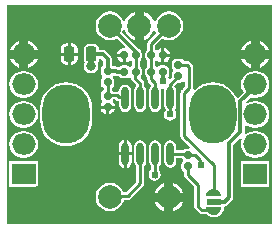
<source format=gbl>
G04*
G04 #@! TF.GenerationSoftware,Altium Limited,Altium Designer,20.0.10 (225)*
G04*
G04 Layer_Physical_Order=2*
G04 Layer_Color=16711680*
%FSLAX25Y25*%
%MOIN*%
G70*
G01*
G75*
%ADD19C,0.01000*%
%ADD20C,0.01200*%
%ADD21O,0.07874X0.07087*%
%ADD22R,0.07874X0.07087*%
%ADD23C,0.07874*%
%ADD24O,0.15748X0.19685*%
%ADD25C,0.03200*%
%ADD26C,0.02400*%
G04:AMPARAMS|DCode=27|XSize=24.5mil|YSize=26mil|CornerRadius=6.13mil|HoleSize=0mil|Usage=FLASHONLY|Rotation=180.000|XOffset=0mil|YOffset=0mil|HoleType=Round|Shape=RoundedRectangle|*
%AMROUNDEDRECTD27*
21,1,0.02450,0.01375,0,0,180.0*
21,1,0.01225,0.02600,0,0,180.0*
1,1,0.01225,-0.00613,0.00688*
1,1,0.01225,0.00613,0.00688*
1,1,0.01225,0.00613,-0.00688*
1,1,0.01225,-0.00613,-0.00688*
%
%ADD27ROUNDEDRECTD27*%
G04:AMPARAMS|DCode=28|XSize=24.5mil|YSize=26mil|CornerRadius=6.13mil|HoleSize=0mil|Usage=FLASHONLY|Rotation=270.000|XOffset=0mil|YOffset=0mil|HoleType=Round|Shape=RoundedRectangle|*
%AMROUNDEDRECTD28*
21,1,0.02450,0.01375,0,0,270.0*
21,1,0.01225,0.02600,0,0,270.0*
1,1,0.01225,-0.00688,-0.00613*
1,1,0.01225,-0.00688,0.00613*
1,1,0.01225,0.00688,0.00613*
1,1,0.01225,0.00688,-0.00613*
%
%ADD28ROUNDEDRECTD28*%
%ADD29O,0.03800X0.01800*%
%ADD30R,0.05000X0.02000*%
G04:AMPARAMS|DCode=31|XSize=36mil|YSize=51mil|CornerRadius=9mil|HoleSize=0mil|Usage=FLASHONLY|Rotation=180.000|XOffset=0mil|YOffset=0mil|HoleType=Round|Shape=RoundedRectangle|*
%AMROUNDEDRECTD31*
21,1,0.03600,0.03300,0,0,180.0*
21,1,0.01800,0.05100,0,0,180.0*
1,1,0.01800,-0.00900,0.01650*
1,1,0.01800,0.00900,0.01650*
1,1,0.01800,0.00900,-0.01650*
1,1,0.01800,-0.00900,-0.01650*
%
%ADD31ROUNDEDRECTD31*%
%ADD32O,0.02362X0.07480*%
G36*
X44256Y-36382D02*
X-44256Y-36382D01*
Y36382D01*
X44256D01*
Y-36382D01*
D02*
G37*
%LPC*%
G36*
X9843Y34306D02*
X8606Y34143D01*
X7454Y33665D01*
X6464Y32906D01*
X5705Y31916D01*
X5354Y31070D01*
X4705D01*
X4312Y32017D01*
X3521Y33049D01*
X2490Y33840D01*
X1500Y34250D01*
Y29528D01*
Y24805D01*
X2490Y25215D01*
X3521Y26006D01*
X4312Y27038D01*
X4705Y27985D01*
X5354D01*
X5668Y27228D01*
X3000Y24559D01*
X2712Y24129D01*
X2612Y23622D01*
Y21549D01*
X2375Y21391D01*
X2063Y20924D01*
X1953Y20372D01*
Y18997D01*
X2063Y18446D01*
X2375Y17979D01*
X2612Y17821D01*
Y16037D01*
X2375Y15879D01*
X2063Y15412D01*
X1953Y14861D01*
Y13486D01*
X2063Y12935D01*
X2375Y12467D01*
X2612Y12309D01*
Y11811D01*
X2712Y11304D01*
X3000Y10874D01*
X3930Y9943D01*
Y9371D01*
X3828Y9302D01*
X3390Y8647D01*
X3236Y7874D01*
Y2756D01*
X3390Y1983D01*
X3828Y1328D01*
X4483Y890D01*
X5256Y736D01*
X6029Y890D01*
X6684Y1328D01*
X7122Y1983D01*
X7276Y2756D01*
Y7874D01*
X7195Y8280D01*
X7587Y8858D01*
X7746Y8889D01*
X7944Y8852D01*
X8322Y8309D01*
X8236Y7874D01*
Y2756D01*
X8390Y1983D01*
X8773Y1410D01*
X8352Y780D01*
X8197Y0D01*
X8352Y-780D01*
X8794Y-1442D01*
X9456Y-1884D01*
X10236Y-2039D01*
X11017Y-1884D01*
X11678Y-1442D01*
X12120Y-780D01*
X12275Y0D01*
X12120Y780D01*
X11719Y1380D01*
X12122Y1983D01*
X12276Y2756D01*
Y7874D01*
X12122Y8647D01*
X11684Y9302D01*
X11668Y9468D01*
X12814Y10614D01*
X13680D01*
X14231Y10724D01*
X14610Y10977D01*
X14957Y10877D01*
X15210Y10722D01*
Y9210D01*
X14023Y8024D01*
X13736Y7594D01*
X13635Y7087D01*
Y-7087D01*
X13736Y-7594D01*
X14023Y-8024D01*
X16801Y-10802D01*
X16553Y-11402D01*
X15454D01*
X14903Y-11511D01*
X14436Y-11823D01*
X14409Y-11863D01*
X12276D01*
Y-10630D01*
X12122Y-9857D01*
X11684Y-9202D01*
X11029Y-8764D01*
X10256Y-8610D01*
X9483Y-8764D01*
X8828Y-9202D01*
X8390Y-9857D01*
X8236Y-10630D01*
Y-15748D01*
X8390Y-16521D01*
X8828Y-17176D01*
X9483Y-17614D01*
X10256Y-17768D01*
X11029Y-17614D01*
X11684Y-17176D01*
X12122Y-16521D01*
X12276Y-15748D01*
Y-14514D01*
X14103D01*
X14124Y-14618D01*
X14436Y-15085D01*
Y-15623D01*
X14124Y-16091D01*
X14014Y-16642D01*
Y-17867D01*
X14124Y-18418D01*
X14436Y-18885D01*
X14816Y-19139D01*
Y-20079D01*
X14917Y-20586D01*
X15204Y-21016D01*
X18360Y-24171D01*
Y-30709D01*
X18461Y-31216D01*
X18748Y-31646D01*
X19973Y-32871D01*
X20403Y-33158D01*
X20910Y-33259D01*
X22440D01*
X22810Y-33630D01*
X22909Y-33696D01*
X23075Y-33807D01*
X23075Y-33807D01*
X23994Y-34187D01*
X23994Y-34187D01*
X23994Y-34187D01*
X24306Y-34249D01*
X24803Y-34249D01*
X25300Y-34249D01*
X25613Y-34187D01*
X26531Y-33807D01*
X26796Y-33630D01*
X27499Y-32927D01*
X27676Y-32662D01*
X28057Y-31743D01*
X28119Y-31431D01*
X28119Y-31110D01*
X28288Y-30746D01*
X28523Y-30485D01*
X28944Y-30402D01*
X29407Y-30092D01*
X30931Y-28568D01*
X30931Y-28568D01*
X31240Y-28105D01*
X31349Y-27559D01*
Y-10163D01*
X33776Y-7736D01*
X34285Y-8076D01*
X33957Y-8866D01*
X33808Y-10000D01*
X33957Y-11134D01*
X34395Y-12190D01*
X35091Y-13098D01*
X35999Y-13794D01*
X37055Y-14232D01*
X38189Y-14381D01*
X38976D01*
X40110Y-14232D01*
X41167Y-13794D01*
X42074Y-13098D01*
X42770Y-12190D01*
X43208Y-11134D01*
X43357Y-10000D01*
X43208Y-8866D01*
X42770Y-7810D01*
X42074Y-6902D01*
X41167Y-6206D01*
X40110Y-5768D01*
X38976Y-5619D01*
X38189D01*
X37055Y-5768D01*
X35999Y-6206D01*
X35528Y-6567D01*
X35035Y-6189D01*
X35111Y-5810D01*
X35111Y-5810D01*
Y-3791D01*
X35649Y-3526D01*
X35999Y-3794D01*
X37055Y-4231D01*
X38189Y-4381D01*
X38976D01*
X40110Y-4231D01*
X41167Y-3794D01*
X42074Y-3098D01*
X42770Y-2190D01*
X43208Y-1134D01*
X43357Y0D01*
X43208Y1134D01*
X42770Y2190D01*
X42074Y3098D01*
X41167Y3794D01*
X40110Y4231D01*
X38976Y4381D01*
X38189D01*
X37055Y4231D01*
X35999Y3794D01*
X35668Y4279D01*
X37145Y5757D01*
X38189Y5619D01*
X38976D01*
X40110Y5768D01*
X41167Y6206D01*
X42074Y6902D01*
X42770Y7810D01*
X43208Y8866D01*
X43357Y10000D01*
X43208Y11134D01*
X42770Y12190D01*
X42074Y13098D01*
X41167Y13794D01*
X40110Y14232D01*
X38976Y14381D01*
X38189D01*
X37055Y14232D01*
X35999Y13794D01*
X35091Y13098D01*
X34395Y12190D01*
X33957Y11134D01*
X33808Y10000D01*
X33957Y8866D01*
X34395Y7810D01*
X34728Y7376D01*
X32973Y5621D01*
X32239Y5721D01*
X31657Y6811D01*
X30573Y8132D01*
X29252Y9216D01*
X27745Y10021D01*
X26110Y10517D01*
X24409Y10684D01*
X22709Y10517D01*
X21074Y10021D01*
X19567Y9216D01*
X18391Y8250D01*
X17837Y8542D01*
X17861Y8661D01*
Y15950D01*
X17760Y16457D01*
X17473Y16887D01*
X16887Y17473D01*
X16457Y17760D01*
X15950Y17861D01*
X14856D01*
X14698Y18098D01*
X14231Y18410D01*
X13680Y18520D01*
X12305D01*
X11754Y18410D01*
X11286Y18098D01*
X10974Y17631D01*
X10864Y17079D01*
Y15854D01*
X10974Y15303D01*
X11286Y14836D01*
Y14298D01*
X10974Y13831D01*
X10864Y13279D01*
Y12414D01*
X10360Y11909D01*
X9767Y11994D01*
X9660Y12148D01*
X9496Y12556D01*
X9749Y12935D01*
X9858Y13486D01*
Y14861D01*
X9749Y15412D01*
X9436Y15879D01*
X8969Y16191D01*
X8418Y16301D01*
X7193D01*
X6642Y16191D01*
X6301Y15964D01*
X5906Y15913D01*
X5510Y15964D01*
X5263Y16129D01*
Y17729D01*
X5343Y17783D01*
X6030Y17835D01*
X6564Y17479D01*
X7193Y17354D01*
X7305D01*
Y19685D01*
Y22017D01*
X7193D01*
X6564Y21892D01*
X6030Y21535D01*
X5343Y21587D01*
X5263Y21641D01*
Y23073D01*
X7542Y25353D01*
X8606Y24913D01*
X9843Y24750D01*
X11079Y24913D01*
X12231Y25390D01*
X13221Y26149D01*
X13980Y27139D01*
X14458Y28291D01*
X14620Y29528D01*
X14458Y30764D01*
X13980Y31916D01*
X13221Y32906D01*
X12231Y33665D01*
X11079Y34143D01*
X9843Y34306D01*
D02*
G37*
G36*
X-9843D02*
X-11079Y34143D01*
X-12231Y33665D01*
X-13221Y32906D01*
X-13980Y31916D01*
X-14458Y30764D01*
X-14620Y29528D01*
X-14458Y28291D01*
X-13980Y27139D01*
X-13221Y26149D01*
X-12231Y25390D01*
X-11079Y24913D01*
X-9843Y24750D01*
X-8606Y24913D01*
X-7542Y25353D01*
X-4806Y22617D01*
X-5055Y22017D01*
X-5662D01*
X-6291Y21892D01*
X-6825Y21535D01*
X-7181Y21002D01*
X-7306Y20372D01*
Y20185D01*
X-5050D01*
Y19685D01*
X-4550D01*
Y17354D01*
X-4437D01*
X-3808Y17479D01*
X-3275Y17835D01*
X-2587Y17783D01*
X-2507Y17729D01*
Y16129D01*
X-2754Y15964D01*
X-3150Y15913D01*
X-3545Y15964D01*
X-3886Y16191D01*
X-4437Y16301D01*
X-5662D01*
X-6213Y16191D01*
X-6680Y15879D01*
X-6866Y15601D01*
X-6901D01*
X-7328Y15886D01*
X-7874Y15994D01*
X-7874Y15994D01*
X-8834D01*
X-8924Y16129D01*
X-9202Y16315D01*
Y18504D01*
X-9311Y19050D01*
X-9621Y19513D01*
X-9621Y19513D01*
X-11195Y21088D01*
X-11659Y21397D01*
X-12205Y21506D01*
X-12205Y21506D01*
X-13352D01*
Y21729D01*
X-13484Y22392D01*
X-13859Y22954D01*
X-14422Y23330D01*
X-15085Y23462D01*
X-16885D01*
X-17548Y23330D01*
X-18111Y22954D01*
X-18486Y22392D01*
X-18618Y21729D01*
Y18429D01*
X-18486Y17765D01*
X-18215Y17359D01*
X-18403Y17078D01*
X-18589Y16142D01*
X-18403Y15205D01*
X-17872Y14411D01*
X-17078Y13881D01*
X-16142Y13695D01*
X-15205Y13881D01*
X-14411Y14411D01*
X-13881Y15205D01*
X-13695Y16142D01*
X-13881Y17078D01*
X-13932Y17155D01*
X-13859Y17203D01*
X-13484Y17765D01*
X-13352Y18429D01*
Y18544D01*
X-12752Y18607D01*
X-12057Y17913D01*
Y16315D01*
X-12336Y16129D01*
X-12648Y15662D01*
X-12758Y15111D01*
Y13886D01*
X-12648Y13335D01*
X-12420Y12994D01*
X-12370Y12598D01*
X-12420Y12202D01*
X-12648Y11862D01*
X-12758Y11311D01*
Y10086D01*
X-12648Y9535D01*
X-12336Y9068D01*
X-11955Y8813D01*
Y8116D01*
X-12336Y7862D01*
X-12648Y7394D01*
X-12758Y6843D01*
Y5618D01*
X-12648Y5067D01*
X-12532Y4893D01*
X-12480Y4206D01*
X-12836Y3672D01*
X-12961Y3043D01*
Y2931D01*
X-10630D01*
X-8298D01*
Y3043D01*
X-8423Y3672D01*
X-8780Y4206D01*
X-8728Y4893D01*
X-8674Y4974D01*
X-8029D01*
X-7777Y4721D01*
X-7347Y4434D01*
X-6839Y4333D01*
X-6764D01*
Y2756D01*
X-6610Y1983D01*
X-6172Y1328D01*
X-5517Y890D01*
X-4744Y736D01*
X-3971Y890D01*
X-3316Y1328D01*
X-2878Y1983D01*
X-2724Y2756D01*
Y7874D01*
X-2878Y8647D01*
X-3316Y9302D01*
X-3971Y9740D01*
X-4744Y9894D01*
X-5517Y9740D01*
X-6172Y9302D01*
X-6610Y8647D01*
X-6731Y8041D01*
X-6738Y8026D01*
X-7110Y7717D01*
X-7364Y7602D01*
X-7480Y7625D01*
X-8766D01*
X-8924Y7862D01*
X-9304Y8116D01*
Y8813D01*
X-8924Y9068D01*
X-8612Y9535D01*
X-8502Y10086D01*
Y11311D01*
X-8612Y11862D01*
X-8839Y12202D01*
X-8890Y12601D01*
X-8491Y13092D01*
X-8433Y13126D01*
X-8027Y12855D01*
X-7480Y12746D01*
X-7480Y12746D01*
X-6866D01*
X-6680Y12467D01*
X-6213Y12155D01*
X-5662Y12046D01*
X-4437D01*
X-3886Y12155D01*
X-3545Y12383D01*
X-3209Y12426D01*
X-2655Y12141D01*
Y11959D01*
X-2554Y11452D01*
X-2266Y11022D01*
X-1162Y9918D01*
X-1172Y9302D01*
X-1610Y8647D01*
X-1764Y7874D01*
Y2756D01*
X-1610Y1983D01*
X-1172Y1328D01*
X-517Y890D01*
X256Y736D01*
X1029Y890D01*
X1684Y1328D01*
X2122Y1983D01*
X2276Y2756D01*
Y7874D01*
X2122Y8647D01*
X1684Y9302D01*
X1581Y9371D01*
Y10374D01*
X1481Y10881D01*
X1193Y11311D01*
X350Y12154D01*
X381Y12467D01*
X693Y12935D01*
X803Y13486D01*
Y14861D01*
X693Y15412D01*
X381Y15879D01*
X144Y16037D01*
Y17821D01*
X381Y17979D01*
X693Y18446D01*
X803Y18997D01*
Y20372D01*
X693Y20924D01*
X381Y21391D01*
X-86Y21703D01*
X-191Y21724D01*
X-244Y21803D01*
X-5668Y27228D01*
X-5354Y27985D01*
X-4705D01*
X-4312Y27038D01*
X-3521Y26006D01*
X-2490Y25215D01*
X-1500Y24805D01*
Y29528D01*
Y34250D01*
X-2490Y33840D01*
X-3521Y33049D01*
X-4312Y32017D01*
X-4705Y31070D01*
X-5354D01*
X-5705Y31916D01*
X-6464Y32906D01*
X-7454Y33665D01*
X-8606Y34143D01*
X-9843Y34306D01*
D02*
G37*
G36*
X40083Y24437D02*
Y21500D01*
X43273D01*
X42945Y22291D01*
X42217Y23240D01*
X41268Y23969D01*
X40162Y24426D01*
X40083Y24437D01*
D02*
G37*
G36*
X-37083D02*
Y21500D01*
X-33893D01*
X-34220Y22291D01*
X-34949Y23240D01*
X-35898Y23969D01*
X-37003Y24426D01*
X-37083Y24437D01*
D02*
G37*
G36*
X37083D02*
X37003Y24426D01*
X35898Y23969D01*
X34949Y23240D01*
X34220Y22291D01*
X33893Y21500D01*
X37083D01*
Y24437D01*
D02*
G37*
G36*
X-40083D02*
X-40162Y24426D01*
X-41268Y23969D01*
X-42217Y23240D01*
X-42945Y22291D01*
X-43273Y21500D01*
X-40083D01*
Y24437D01*
D02*
G37*
G36*
X-22485Y23666D02*
X-22885D01*
Y20579D01*
X-20548D01*
Y21729D01*
X-20695Y22470D01*
X-21115Y23099D01*
X-21744Y23518D01*
X-22485Y23666D01*
D02*
G37*
G36*
X-23885D02*
X-24285D01*
X-25026Y23518D01*
X-25655Y23099D01*
X-26075Y22470D01*
X-26222Y21729D01*
Y20579D01*
X-23885D01*
Y23666D01*
D02*
G37*
G36*
X8418Y22017D02*
X8305D01*
Y20185D01*
X10062D01*
Y20372D01*
X9937Y21002D01*
X9581Y21535D01*
X9047Y21892D01*
X8418Y22017D01*
D02*
G37*
G36*
X10062Y19185D02*
X8305D01*
Y17354D01*
X8418D01*
X9047Y17479D01*
X9581Y17835D01*
X9937Y18368D01*
X10062Y18997D01*
Y19185D01*
D02*
G37*
G36*
X-5550Y19185D02*
X-7306D01*
Y18997D01*
X-7181Y18368D01*
X-6825Y17835D01*
X-6291Y17479D01*
X-5662Y17354D01*
X-5550D01*
Y19185D01*
D02*
G37*
G36*
X-20548Y19579D02*
X-22885D01*
Y16491D01*
X-22485D01*
X-21744Y16639D01*
X-21115Y17059D01*
X-20695Y17687D01*
X-20548Y18429D01*
Y19579D01*
D02*
G37*
G36*
X-23885D02*
X-26222D01*
Y18429D01*
X-26075Y17687D01*
X-25655Y17059D01*
X-25026Y16639D01*
X-24285Y16491D01*
X-23885D01*
Y19579D01*
D02*
G37*
G36*
X-33893Y18500D02*
X-37083D01*
Y15563D01*
X-37003Y15574D01*
X-35898Y16031D01*
X-34949Y16760D01*
X-34220Y17709D01*
X-33893Y18500D01*
D02*
G37*
G36*
X43273D02*
X40083D01*
Y15563D01*
X40162Y15574D01*
X41268Y16031D01*
X42217Y16760D01*
X42945Y17709D01*
X43273Y18500D01*
D02*
G37*
G36*
X37083D02*
X33893D01*
X34220Y17709D01*
X34949Y16760D01*
X35898Y16031D01*
X37003Y15574D01*
X37083Y15563D01*
Y18500D01*
D02*
G37*
G36*
X-40083D02*
X-43273D01*
X-42945Y17709D01*
X-42217Y16760D01*
X-41268Y16031D01*
X-40162Y15574D01*
X-40083Y15563D01*
Y18500D01*
D02*
G37*
G36*
X-38189Y14381D02*
X-38976D01*
X-40110Y14232D01*
X-41167Y13794D01*
X-42074Y13098D01*
X-42770Y12190D01*
X-43208Y11134D01*
X-43357Y10000D01*
X-43208Y8866D01*
X-42770Y7810D01*
X-42074Y6902D01*
X-41167Y6206D01*
X-40110Y5768D01*
X-38976Y5619D01*
X-38189D01*
X-37055Y5768D01*
X-35999Y6206D01*
X-35091Y6902D01*
X-34395Y7810D01*
X-33957Y8866D01*
X-33808Y10000D01*
X-33957Y11134D01*
X-34395Y12190D01*
X-35091Y13098D01*
X-35999Y13794D01*
X-37055Y14232D01*
X-38189Y14381D01*
D02*
G37*
G36*
X-8298Y1931D02*
X-10130D01*
Y174D01*
X-9942D01*
X-9313Y299D01*
X-8780Y656D01*
X-8423Y1189D01*
X-8298Y1818D01*
Y1931D01*
D02*
G37*
G36*
X-11130D02*
X-12961D01*
Y1818D01*
X-12836Y1189D01*
X-12480Y656D01*
X-11947Y299D01*
X-11317Y174D01*
X-11130D01*
Y1931D01*
D02*
G37*
G36*
X-38189Y4381D02*
X-38976D01*
X-40110Y4231D01*
X-41167Y3794D01*
X-42074Y3098D01*
X-42770Y2190D01*
X-43208Y1134D01*
X-43357Y0D01*
X-43208Y-1134D01*
X-42770Y-2190D01*
X-42074Y-3098D01*
X-41167Y-3794D01*
X-40110Y-4231D01*
X-38976Y-4381D01*
X-38189D01*
X-37055Y-4231D01*
X-35999Y-3794D01*
X-35091Y-3098D01*
X-34395Y-2190D01*
X-33957Y-1134D01*
X-33808Y0D01*
X-33957Y1134D01*
X-34395Y2190D01*
X-35091Y3098D01*
X-35999Y3794D01*
X-37055Y4231D01*
X-38189Y4381D01*
D02*
G37*
G36*
X-24409Y10684D02*
X-26110Y10517D01*
X-27745Y10021D01*
X-29252Y9216D01*
X-30573Y8132D01*
X-31657Y6811D01*
X-32462Y5304D01*
X-32958Y3669D01*
X-33125Y1969D01*
Y-1969D01*
X-32958Y-3669D01*
X-32462Y-5304D01*
X-31657Y-6811D01*
X-30573Y-8132D01*
X-29252Y-9216D01*
X-27745Y-10021D01*
X-26110Y-10517D01*
X-24409Y-10684D01*
X-22709Y-10517D01*
X-21074Y-10021D01*
X-19567Y-9216D01*
X-18246Y-8132D01*
X-17162Y-6811D01*
X-16357Y-5304D01*
X-15861Y-3669D01*
X-15694Y-1969D01*
Y1969D01*
X-15861Y3669D01*
X-16357Y5304D01*
X-17162Y6811D01*
X-18246Y8132D01*
X-19567Y9216D01*
X-21074Y10021D01*
X-22709Y10517D01*
X-24409Y10684D01*
D02*
G37*
G36*
X-4244Y-8506D02*
Y-12689D01*
X-2520D01*
Y-10630D01*
X-2689Y-9779D01*
X-3172Y-9057D01*
X-3893Y-8575D01*
X-4244Y-8506D01*
D02*
G37*
G36*
X-5244Y-8506D02*
X-5595Y-8575D01*
X-6317Y-9057D01*
X-6799Y-9779D01*
X-6968Y-10630D01*
Y-12689D01*
X-5244D01*
Y-8506D01*
D02*
G37*
G36*
X-38189Y-5619D02*
X-38976D01*
X-40110Y-5768D01*
X-41167Y-6206D01*
X-42074Y-6902D01*
X-42770Y-7810D01*
X-43208Y-8866D01*
X-43357Y-10000D01*
X-43208Y-11134D01*
X-42770Y-12190D01*
X-42074Y-13098D01*
X-41167Y-13794D01*
X-40110Y-14232D01*
X-38976Y-14381D01*
X-38189D01*
X-37055Y-14232D01*
X-35999Y-13794D01*
X-35091Y-13098D01*
X-34395Y-12190D01*
X-33957Y-11134D01*
X-33808Y-10000D01*
X-33957Y-8866D01*
X-34395Y-7810D01*
X-35091Y-6902D01*
X-35999Y-6206D01*
X-37055Y-5768D01*
X-38189Y-5619D01*
D02*
G37*
G36*
X-2520Y-13689D02*
X-4244D01*
Y-17872D01*
X-3893Y-17803D01*
X-3172Y-17321D01*
X-2689Y-16599D01*
X-2520Y-15748D01*
Y-13689D01*
D02*
G37*
G36*
X-5244D02*
X-6968D01*
Y-15748D01*
X-6799Y-16599D01*
X-6317Y-17321D01*
X-5595Y-17803D01*
X-5244Y-17872D01*
Y-13689D01*
D02*
G37*
G36*
X5256Y-8610D02*
X4483Y-8764D01*
X3828Y-9202D01*
X3390Y-9857D01*
X3236Y-10630D01*
Y-15748D01*
X3390Y-16521D01*
X3828Y-17176D01*
X3930Y-17245D01*
Y-18467D01*
X3676Y-18637D01*
X3234Y-19298D01*
X3079Y-20079D01*
X3234Y-20859D01*
X3676Y-21521D01*
X4338Y-21963D01*
X5118Y-22118D01*
X5898Y-21963D01*
X6560Y-21521D01*
X7002Y-20859D01*
X7157Y-20079D01*
X7002Y-19298D01*
X6581Y-18669D01*
Y-17245D01*
X6684Y-17176D01*
X7122Y-16521D01*
X7276Y-15748D01*
Y-10630D01*
X7122Y-9857D01*
X6684Y-9202D01*
X6029Y-8764D01*
X5256Y-8610D01*
D02*
G37*
G36*
X43320Y-15657D02*
X33846D01*
Y-24343D01*
X43320D01*
Y-15657D01*
D02*
G37*
G36*
X-33846D02*
X-43320D01*
Y-24343D01*
X-33846D01*
Y-15657D01*
D02*
G37*
G36*
X256Y-8610D02*
X-517Y-8764D01*
X-1172Y-9202D01*
X-1610Y-9857D01*
X-1764Y-10630D01*
Y-15748D01*
X-1610Y-16521D01*
X-1172Y-17176D01*
X-1070Y-17245D01*
Y-22423D01*
X-4486Y-25840D01*
X-5427D01*
X-5705Y-25170D01*
X-6464Y-24181D01*
X-7454Y-23421D01*
X-8606Y-22944D01*
X-9843Y-22781D01*
X-11079Y-22944D01*
X-12231Y-23421D01*
X-13221Y-24181D01*
X-13980Y-25170D01*
X-14458Y-26322D01*
X-14620Y-27559D01*
X-14458Y-28796D01*
X-13980Y-29948D01*
X-13221Y-30937D01*
X-12231Y-31697D01*
X-11079Y-32174D01*
X-9843Y-32337D01*
X-8606Y-32174D01*
X-7454Y-31697D01*
X-6464Y-30937D01*
X-5705Y-29948D01*
X-5227Y-28796D01*
X-5187Y-28491D01*
X-3937D01*
X-3430Y-28390D01*
X-3000Y-28103D01*
X1193Y-23910D01*
X1481Y-23480D01*
X1581Y-22972D01*
Y-17245D01*
X1684Y-17176D01*
X2122Y-16521D01*
X2276Y-15748D01*
Y-10630D01*
X2122Y-9857D01*
X1684Y-9202D01*
X1029Y-8764D01*
X256Y-8610D01*
D02*
G37*
G36*
X11343Y-22837D02*
Y-26059D01*
X14565D01*
X14155Y-25069D01*
X13364Y-24038D01*
X12332Y-23247D01*
X11343Y-22837D01*
D02*
G37*
G36*
X8343Y-22837D02*
X7353Y-23247D01*
X6321Y-24038D01*
X5530Y-25069D01*
X5120Y-26059D01*
X8343D01*
Y-22837D01*
D02*
G37*
G36*
X14565Y-29059D02*
X11343D01*
Y-32282D01*
X12332Y-31872D01*
X13364Y-31080D01*
X14155Y-30049D01*
X14565Y-29059D01*
D02*
G37*
G36*
X8343D02*
X5120D01*
X5530Y-30049D01*
X6321Y-31080D01*
X7353Y-31872D01*
X8343Y-32282D01*
Y-29059D01*
D02*
G37*
%LPD*%
G36*
X26219Y-25214D02*
X26923Y-25918D01*
X27303Y-26837D01*
X27303Y-27334D01*
X22303Y-27334D01*
X22303Y-26837D01*
X22684Y-25918D01*
X23387Y-25214D01*
X24306Y-24834D01*
X24803Y-24834D01*
X24803Y-24834D01*
X25300Y-24834D01*
X26219Y-25214D01*
D02*
G37*
G36*
X27303Y-27334D02*
X27303Y-27334D01*
Y-27334D01*
X27303D01*
D02*
G37*
G36*
X27303Y-30934D02*
X27303Y-31431D01*
X26923Y-32350D01*
X26219Y-33053D01*
X25300Y-33434D01*
X24803Y-33434D01*
X24306Y-33434D01*
X23387Y-33053D01*
X22684Y-32350D01*
X22303Y-31431D01*
X22303Y-30934D01*
X27303Y-30934D01*
D02*
G37*
D19*
X16142Y-13454D02*
X18573D01*
X20351Y-15233D01*
X16142Y-20079D02*
Y-17254D01*
Y-20079D02*
X19685Y-23622D01*
X10236Y5118D02*
Y9911D01*
X10246Y4734D02*
X10433Y4921D01*
X10236Y9911D02*
X12992Y12667D01*
X19685Y-30709D02*
Y-23622D01*
X20910Y-31934D02*
X24803D01*
X19685Y-30709D02*
X20910Y-31934D01*
X24803Y-26334D02*
Y-16929D01*
X14961Y-7087D02*
X24803Y-16929D01*
X5256Y-20079D02*
Y-13189D01*
X-1181Y19685D02*
Y20866D01*
Y14567D02*
Y19685D01*
X3937D02*
Y23622D01*
Y14173D02*
Y19685D01*
X10246Y10D02*
Y4734D01*
X10236Y0D02*
X10246Y10D01*
X20351Y-16807D02*
Y-15233D01*
Y-16807D02*
X20472Y-16929D01*
X16535Y8661D02*
Y15950D01*
X15950Y16535D02*
X16535Y15950D01*
X12992Y16535D02*
X15950D01*
X14961Y7087D02*
X16535Y8661D01*
X14961Y-7087D02*
Y7087D01*
X5118Y-20591D02*
Y-20079D01*
Y-20591D02*
X5256Y-20728D01*
Y-13189D01*
X15945D02*
X16142Y-13386D01*
X10256Y-13189D02*
X15945D01*
X5256Y5315D02*
Y10492D01*
X3937Y11811D02*
Y14173D01*
Y11811D02*
X5256Y10492D01*
X-9843Y-27559D02*
X-9449Y-27165D01*
X-3937D01*
X256Y-22972D02*
Y-13189D01*
X-3937Y-27165D02*
X256Y-22972D01*
X-10630Y6299D02*
X-7480D01*
X-5087Y5658D02*
X-4744Y5315D01*
X-6839Y5658D02*
X-5087D01*
X-7480Y6299D02*
X-6839Y5658D01*
X-10630Y6299D02*
Y10698D01*
X-1329Y11959D02*
Y14321D01*
X-1181Y14173D02*
Y14567D01*
X-1575D02*
X-1329Y14321D01*
X256Y5315D02*
Y10374D01*
X-1329Y11959D02*
X256Y10374D01*
X-9843Y29528D02*
X-1181Y20866D01*
X3937Y23622D02*
X9843Y29528D01*
D20*
X-16063Y16220D02*
Y20000D01*
X-16142Y16142D02*
X-16063Y16220D01*
X29921Y-27559D02*
Y-9572D01*
X28398Y-29083D02*
X29921Y-27559D01*
X24803Y-29134D02*
X24854Y-29083D01*
X33683Y4313D02*
X39370Y10000D01*
X7840Y11058D02*
X7874Y11024D01*
X7840Y11058D02*
Y14139D01*
X7806Y14173D02*
X7840Y14139D01*
X29921Y-9572D02*
X33683Y-5810D01*
Y4313D01*
X24854Y-29083D02*
X28398D01*
X-16063Y20000D02*
X-15985Y20079D01*
X-10630Y14567D02*
X-7874D01*
X-10630D02*
Y18504D01*
X-15985Y20079D02*
X-12205D01*
X-10630Y18504D01*
X-7480Y14173D02*
X-5050D01*
X-7874Y14567D02*
X-7480Y14173D01*
D21*
X-38583Y20000D02*
D03*
Y10000D02*
D03*
Y0D02*
D03*
Y-10000D02*
D03*
X38583Y20000D02*
D03*
Y10000D02*
D03*
Y0D02*
D03*
Y-10000D02*
D03*
D22*
X-38583Y-20000D02*
D03*
X38583D02*
D03*
D23*
X9843Y-27559D02*
D03*
X-9843D02*
D03*
Y29528D02*
D03*
X0D02*
D03*
X9843D02*
D03*
D24*
X-24409Y0D02*
D03*
X24409D02*
D03*
D25*
X-16142Y16142D02*
D03*
D26*
X13386Y9055D02*
D03*
X33071Y-12205D02*
D03*
X25591Y12205D02*
D03*
X19685Y11417D02*
D03*
X-8386Y-4961D02*
D03*
X16614Y25039D02*
D03*
X19114Y30039D02*
D03*
X-28386Y-24961D02*
D03*
X41614Y-34961D02*
D03*
X-13386D02*
D03*
X1614D02*
D03*
X-35886Y30039D02*
D03*
X-886Y-29961D02*
D03*
X6614Y-34961D02*
D03*
X19114Y20039D02*
D03*
X26614Y25039D02*
D03*
X29114Y20039D02*
D03*
X-15886Y-29961D02*
D03*
X29114Y30039D02*
D03*
X21614Y25039D02*
D03*
X-35886Y-29961D02*
D03*
X-28386Y-34961D02*
D03*
X-13386Y-4961D02*
D03*
X31614Y-34961D02*
D03*
X36614D02*
D03*
X-15886Y10039D02*
D03*
X31614Y25039D02*
D03*
X-8386Y-34961D02*
D03*
X4114Y-29961D02*
D03*
X1614Y-4961D02*
D03*
X39114Y30039D02*
D03*
X-3386Y-4961D02*
D03*
X-33386Y-24961D02*
D03*
X-20886Y30039D02*
D03*
X-38386Y-34961D02*
D03*
X-23386Y25039D02*
D03*
X16614Y-34961D02*
D03*
X21614D02*
D03*
X-30886Y30039D02*
D03*
X11614Y-34961D02*
D03*
X-18386Y25039D02*
D03*
X-33386Y-34961D02*
D03*
X-18386D02*
D03*
X6614Y-4961D02*
D03*
X-15886Y30039D02*
D03*
X34114Y-29961D02*
D03*
X-33386Y25039D02*
D03*
X-25886Y30039D02*
D03*
X24114D02*
D03*
Y20039D02*
D03*
X34114Y30039D02*
D03*
X-28386Y25039D02*
D03*
X-3386Y-34961D02*
D03*
X-30886Y-29961D02*
D03*
X14114Y20039D02*
D03*
X-8661Y-13386D02*
D03*
X-20472Y-12598D02*
D03*
X-4724Y-22835D02*
D03*
X7874Y11024D02*
D03*
X10236Y0D02*
D03*
X20472Y-16929D02*
D03*
X5118Y-20079D02*
D03*
D27*
X-1250Y19685D02*
D03*
X-5050D02*
D03*
X4005D02*
D03*
X7806D02*
D03*
X-1250Y14173D02*
D03*
X-5050D02*
D03*
X4005D02*
D03*
X7806D02*
D03*
D28*
X-10630Y10698D02*
D03*
Y14498D02*
D03*
Y2431D02*
D03*
Y6231D02*
D03*
X12992Y12667D02*
D03*
Y16467D02*
D03*
X16142Y-13454D02*
D03*
Y-17254D02*
D03*
D29*
X24803Y-26334D02*
D03*
Y-31934D02*
D03*
D30*
Y-29134D02*
D03*
D31*
X-15985Y20079D02*
D03*
X-23385D02*
D03*
D32*
X10256Y5315D02*
D03*
X5256D02*
D03*
X256D02*
D03*
X-4744D02*
D03*
X5256Y-13189D02*
D03*
X256D02*
D03*
X10256D02*
D03*
X-4744D02*
D03*
M02*

</source>
